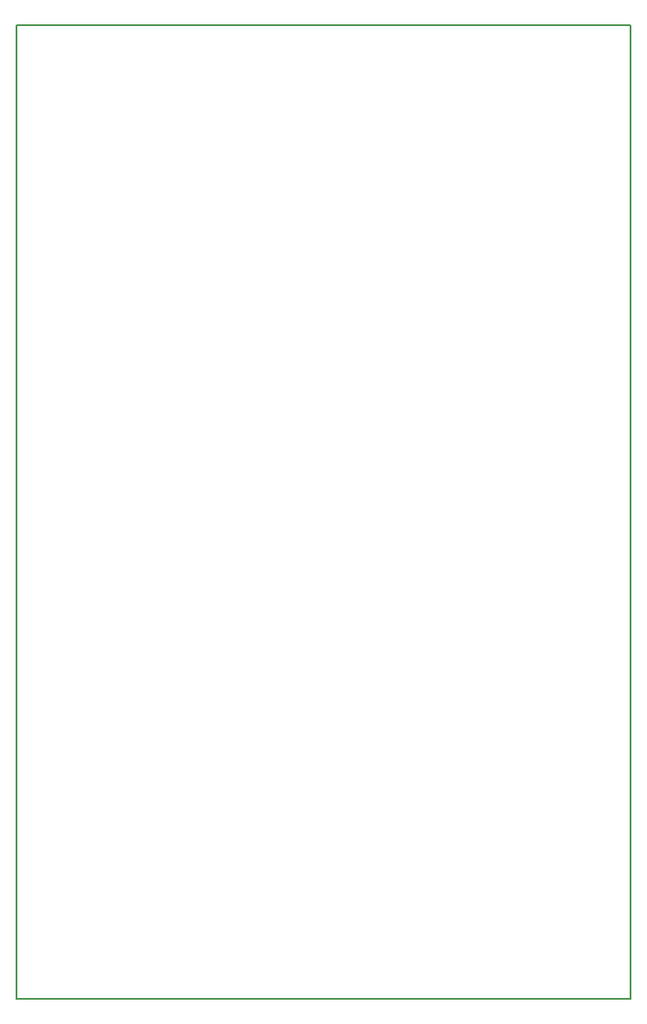
<source format=gbr>
G04 #@! TF.FileFunction,Profile,NP*
%FSLAX46Y46*%
G04 Gerber Fmt 4.6, Leading zero omitted, Abs format (unit mm)*
G04 Created by KiCad (PCBNEW 4.0.6) date Friday, 28 July 2017 'PMt' 20:00:50*
%MOMM*%
%LPD*%
G01*
G04 APERTURE LIST*
%ADD10C,0.100000*%
%ADD11C,0.150000*%
G04 APERTURE END LIST*
D10*
D11*
X172500000Y-152500000D02*
X232500000Y-152500000D01*
X172500000Y-57500000D02*
X172500000Y-152500000D01*
X232500000Y-57500000D02*
X172500000Y-57500000D01*
X232500000Y-152500000D02*
X232500000Y-57500000D01*
M02*

</source>
